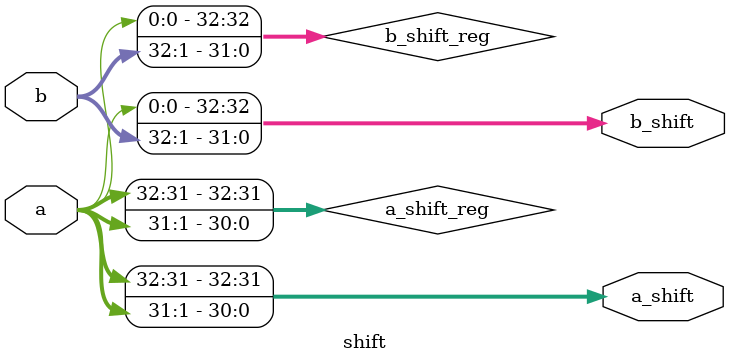
<source format=v>
`timescale 1ns / 1ps

module shift(
            input [bits:0] a,
            input [bits:0] b,
            output [bits:0] a_shift,
            output [bits:0] b_shift
    );
    parameter bits = 32;
    
    reg [bits:0] a_shift_reg;
    reg [bits:0] b_shift_reg;
    
    always @(a or b)
    begin
        a_shift_reg = {a[bits:bits-1],a[bits-1],a[bits-2:1]};
        b_shift_reg = {a[0],b[bits:1]};
    end
    
    assign a_shift = a_shift_reg;
    assign b_shift = b_shift_reg;
    
endmodule

</source>
